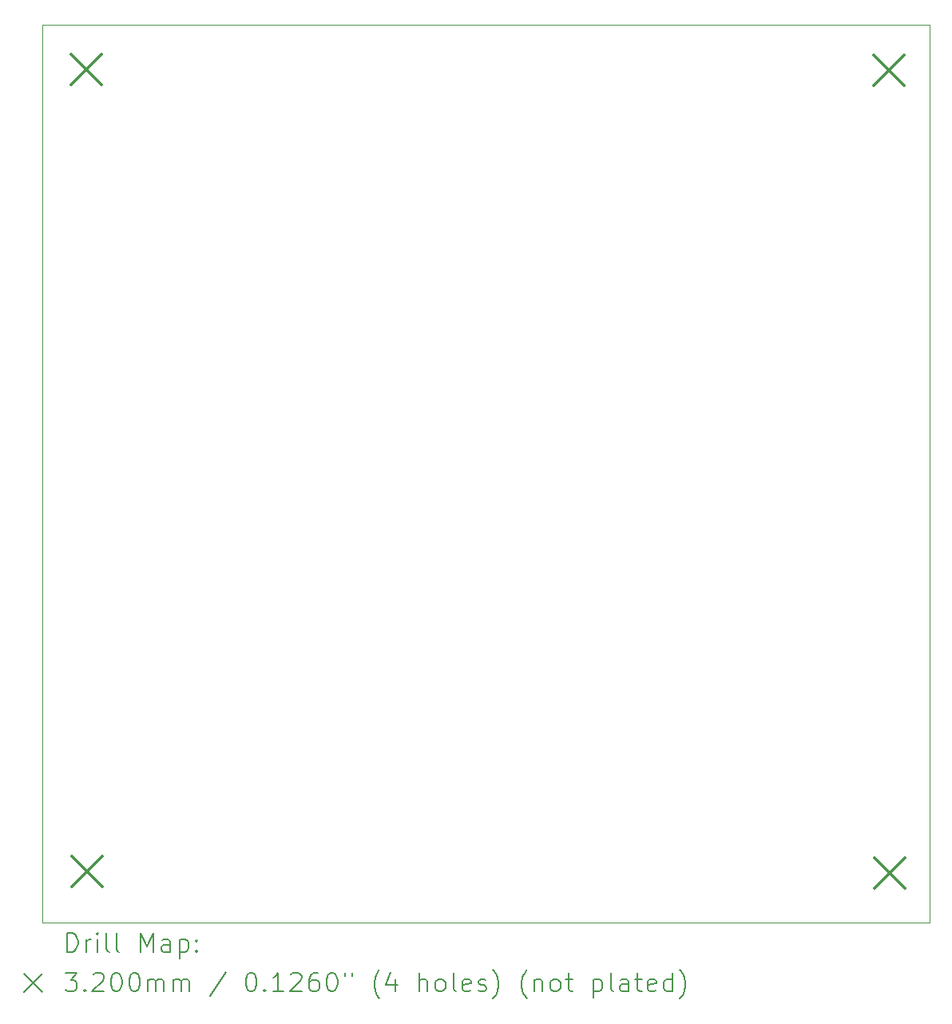
<source format=gbr>
%TF.GenerationSoftware,KiCad,Pcbnew,8.0.7-8.0.7-0~ubuntu22.04.1*%
%TF.CreationDate,2024-12-29T11:33:37+01:00*%
%TF.ProjectId,monitor_consumo,6d6f6e69-746f-4725-9f63-6f6e73756d6f,rev?*%
%TF.SameCoordinates,Original*%
%TF.FileFunction,Drillmap*%
%TF.FilePolarity,Positive*%
%FSLAX45Y45*%
G04 Gerber Fmt 4.5, Leading zero omitted, Abs format (unit mm)*
G04 Created by KiCad (PCBNEW 8.0.7-8.0.7-0~ubuntu22.04.1) date 2024-12-29 11:33:37*
%MOMM*%
%LPD*%
G01*
G04 APERTURE LIST*
%ADD10C,0.050000*%
%ADD11C,0.200000*%
%ADD12C,0.320000*%
G04 APERTURE END LIST*
D10*
X10380000Y-4505000D02*
X19780000Y-4505000D01*
X19780000Y-14020000D01*
X10380000Y-14020000D01*
X10380000Y-4505000D01*
D11*
D12*
X10680000Y-4820000D02*
X11000000Y-5140000D01*
X11000000Y-4820000D02*
X10680000Y-5140000D01*
X10690000Y-13320000D02*
X11010000Y-13640000D01*
X11010000Y-13320000D02*
X10690000Y-13640000D01*
X19190000Y-4830000D02*
X19510000Y-5150000D01*
X19510000Y-4830000D02*
X19190000Y-5150000D01*
X19200000Y-13340000D02*
X19520000Y-13660000D01*
X19520000Y-13340000D02*
X19200000Y-13660000D01*
D11*
X10638277Y-14333984D02*
X10638277Y-14133984D01*
X10638277Y-14133984D02*
X10685896Y-14133984D01*
X10685896Y-14133984D02*
X10714467Y-14143508D01*
X10714467Y-14143508D02*
X10733515Y-14162555D01*
X10733515Y-14162555D02*
X10743039Y-14181603D01*
X10743039Y-14181603D02*
X10752563Y-14219698D01*
X10752563Y-14219698D02*
X10752563Y-14248269D01*
X10752563Y-14248269D02*
X10743039Y-14286365D01*
X10743039Y-14286365D02*
X10733515Y-14305412D01*
X10733515Y-14305412D02*
X10714467Y-14324460D01*
X10714467Y-14324460D02*
X10685896Y-14333984D01*
X10685896Y-14333984D02*
X10638277Y-14333984D01*
X10838277Y-14333984D02*
X10838277Y-14200650D01*
X10838277Y-14238746D02*
X10847801Y-14219698D01*
X10847801Y-14219698D02*
X10857324Y-14210174D01*
X10857324Y-14210174D02*
X10876372Y-14200650D01*
X10876372Y-14200650D02*
X10895420Y-14200650D01*
X10962086Y-14333984D02*
X10962086Y-14200650D01*
X10962086Y-14133984D02*
X10952563Y-14143508D01*
X10952563Y-14143508D02*
X10962086Y-14153031D01*
X10962086Y-14153031D02*
X10971610Y-14143508D01*
X10971610Y-14143508D02*
X10962086Y-14133984D01*
X10962086Y-14133984D02*
X10962086Y-14153031D01*
X11085896Y-14333984D02*
X11066848Y-14324460D01*
X11066848Y-14324460D02*
X11057324Y-14305412D01*
X11057324Y-14305412D02*
X11057324Y-14133984D01*
X11190658Y-14333984D02*
X11171610Y-14324460D01*
X11171610Y-14324460D02*
X11162086Y-14305412D01*
X11162086Y-14305412D02*
X11162086Y-14133984D01*
X11419229Y-14333984D02*
X11419229Y-14133984D01*
X11419229Y-14133984D02*
X11485896Y-14276841D01*
X11485896Y-14276841D02*
X11552562Y-14133984D01*
X11552562Y-14133984D02*
X11552562Y-14333984D01*
X11733515Y-14333984D02*
X11733515Y-14229222D01*
X11733515Y-14229222D02*
X11723991Y-14210174D01*
X11723991Y-14210174D02*
X11704943Y-14200650D01*
X11704943Y-14200650D02*
X11666848Y-14200650D01*
X11666848Y-14200650D02*
X11647801Y-14210174D01*
X11733515Y-14324460D02*
X11714467Y-14333984D01*
X11714467Y-14333984D02*
X11666848Y-14333984D01*
X11666848Y-14333984D02*
X11647801Y-14324460D01*
X11647801Y-14324460D02*
X11638277Y-14305412D01*
X11638277Y-14305412D02*
X11638277Y-14286365D01*
X11638277Y-14286365D02*
X11647801Y-14267317D01*
X11647801Y-14267317D02*
X11666848Y-14257793D01*
X11666848Y-14257793D02*
X11714467Y-14257793D01*
X11714467Y-14257793D02*
X11733515Y-14248269D01*
X11828753Y-14200650D02*
X11828753Y-14400650D01*
X11828753Y-14210174D02*
X11847801Y-14200650D01*
X11847801Y-14200650D02*
X11885896Y-14200650D01*
X11885896Y-14200650D02*
X11904943Y-14210174D01*
X11904943Y-14210174D02*
X11914467Y-14219698D01*
X11914467Y-14219698D02*
X11923991Y-14238746D01*
X11923991Y-14238746D02*
X11923991Y-14295888D01*
X11923991Y-14295888D02*
X11914467Y-14314936D01*
X11914467Y-14314936D02*
X11904943Y-14324460D01*
X11904943Y-14324460D02*
X11885896Y-14333984D01*
X11885896Y-14333984D02*
X11847801Y-14333984D01*
X11847801Y-14333984D02*
X11828753Y-14324460D01*
X12009705Y-14314936D02*
X12019229Y-14324460D01*
X12019229Y-14324460D02*
X12009705Y-14333984D01*
X12009705Y-14333984D02*
X12000182Y-14324460D01*
X12000182Y-14324460D02*
X12009705Y-14314936D01*
X12009705Y-14314936D02*
X12009705Y-14333984D01*
X12009705Y-14210174D02*
X12019229Y-14219698D01*
X12019229Y-14219698D02*
X12009705Y-14229222D01*
X12009705Y-14229222D02*
X12000182Y-14219698D01*
X12000182Y-14219698D02*
X12009705Y-14210174D01*
X12009705Y-14210174D02*
X12009705Y-14229222D01*
X10177500Y-14562500D02*
X10377500Y-14762500D01*
X10377500Y-14562500D02*
X10177500Y-14762500D01*
X10619229Y-14553984D02*
X10743039Y-14553984D01*
X10743039Y-14553984D02*
X10676372Y-14630174D01*
X10676372Y-14630174D02*
X10704944Y-14630174D01*
X10704944Y-14630174D02*
X10723991Y-14639698D01*
X10723991Y-14639698D02*
X10733515Y-14649222D01*
X10733515Y-14649222D02*
X10743039Y-14668269D01*
X10743039Y-14668269D02*
X10743039Y-14715888D01*
X10743039Y-14715888D02*
X10733515Y-14734936D01*
X10733515Y-14734936D02*
X10723991Y-14744460D01*
X10723991Y-14744460D02*
X10704944Y-14753984D01*
X10704944Y-14753984D02*
X10647801Y-14753984D01*
X10647801Y-14753984D02*
X10628753Y-14744460D01*
X10628753Y-14744460D02*
X10619229Y-14734936D01*
X10828753Y-14734936D02*
X10838277Y-14744460D01*
X10838277Y-14744460D02*
X10828753Y-14753984D01*
X10828753Y-14753984D02*
X10819229Y-14744460D01*
X10819229Y-14744460D02*
X10828753Y-14734936D01*
X10828753Y-14734936D02*
X10828753Y-14753984D01*
X10914467Y-14573031D02*
X10923991Y-14563508D01*
X10923991Y-14563508D02*
X10943039Y-14553984D01*
X10943039Y-14553984D02*
X10990658Y-14553984D01*
X10990658Y-14553984D02*
X11009705Y-14563508D01*
X11009705Y-14563508D02*
X11019229Y-14573031D01*
X11019229Y-14573031D02*
X11028753Y-14592079D01*
X11028753Y-14592079D02*
X11028753Y-14611127D01*
X11028753Y-14611127D02*
X11019229Y-14639698D01*
X11019229Y-14639698D02*
X10904944Y-14753984D01*
X10904944Y-14753984D02*
X11028753Y-14753984D01*
X11152563Y-14553984D02*
X11171610Y-14553984D01*
X11171610Y-14553984D02*
X11190658Y-14563508D01*
X11190658Y-14563508D02*
X11200182Y-14573031D01*
X11200182Y-14573031D02*
X11209705Y-14592079D01*
X11209705Y-14592079D02*
X11219229Y-14630174D01*
X11219229Y-14630174D02*
X11219229Y-14677793D01*
X11219229Y-14677793D02*
X11209705Y-14715888D01*
X11209705Y-14715888D02*
X11200182Y-14734936D01*
X11200182Y-14734936D02*
X11190658Y-14744460D01*
X11190658Y-14744460D02*
X11171610Y-14753984D01*
X11171610Y-14753984D02*
X11152563Y-14753984D01*
X11152563Y-14753984D02*
X11133515Y-14744460D01*
X11133515Y-14744460D02*
X11123991Y-14734936D01*
X11123991Y-14734936D02*
X11114467Y-14715888D01*
X11114467Y-14715888D02*
X11104944Y-14677793D01*
X11104944Y-14677793D02*
X11104944Y-14630174D01*
X11104944Y-14630174D02*
X11114467Y-14592079D01*
X11114467Y-14592079D02*
X11123991Y-14573031D01*
X11123991Y-14573031D02*
X11133515Y-14563508D01*
X11133515Y-14563508D02*
X11152563Y-14553984D01*
X11343039Y-14553984D02*
X11362086Y-14553984D01*
X11362086Y-14553984D02*
X11381134Y-14563508D01*
X11381134Y-14563508D02*
X11390658Y-14573031D01*
X11390658Y-14573031D02*
X11400182Y-14592079D01*
X11400182Y-14592079D02*
X11409705Y-14630174D01*
X11409705Y-14630174D02*
X11409705Y-14677793D01*
X11409705Y-14677793D02*
X11400182Y-14715888D01*
X11400182Y-14715888D02*
X11390658Y-14734936D01*
X11390658Y-14734936D02*
X11381134Y-14744460D01*
X11381134Y-14744460D02*
X11362086Y-14753984D01*
X11362086Y-14753984D02*
X11343039Y-14753984D01*
X11343039Y-14753984D02*
X11323991Y-14744460D01*
X11323991Y-14744460D02*
X11314467Y-14734936D01*
X11314467Y-14734936D02*
X11304943Y-14715888D01*
X11304943Y-14715888D02*
X11295420Y-14677793D01*
X11295420Y-14677793D02*
X11295420Y-14630174D01*
X11295420Y-14630174D02*
X11304943Y-14592079D01*
X11304943Y-14592079D02*
X11314467Y-14573031D01*
X11314467Y-14573031D02*
X11323991Y-14563508D01*
X11323991Y-14563508D02*
X11343039Y-14553984D01*
X11495420Y-14753984D02*
X11495420Y-14620650D01*
X11495420Y-14639698D02*
X11504943Y-14630174D01*
X11504943Y-14630174D02*
X11523991Y-14620650D01*
X11523991Y-14620650D02*
X11552563Y-14620650D01*
X11552563Y-14620650D02*
X11571610Y-14630174D01*
X11571610Y-14630174D02*
X11581134Y-14649222D01*
X11581134Y-14649222D02*
X11581134Y-14753984D01*
X11581134Y-14649222D02*
X11590658Y-14630174D01*
X11590658Y-14630174D02*
X11609705Y-14620650D01*
X11609705Y-14620650D02*
X11638277Y-14620650D01*
X11638277Y-14620650D02*
X11657324Y-14630174D01*
X11657324Y-14630174D02*
X11666848Y-14649222D01*
X11666848Y-14649222D02*
X11666848Y-14753984D01*
X11762086Y-14753984D02*
X11762086Y-14620650D01*
X11762086Y-14639698D02*
X11771610Y-14630174D01*
X11771610Y-14630174D02*
X11790658Y-14620650D01*
X11790658Y-14620650D02*
X11819229Y-14620650D01*
X11819229Y-14620650D02*
X11838277Y-14630174D01*
X11838277Y-14630174D02*
X11847801Y-14649222D01*
X11847801Y-14649222D02*
X11847801Y-14753984D01*
X11847801Y-14649222D02*
X11857324Y-14630174D01*
X11857324Y-14630174D02*
X11876372Y-14620650D01*
X11876372Y-14620650D02*
X11904943Y-14620650D01*
X11904943Y-14620650D02*
X11923991Y-14630174D01*
X11923991Y-14630174D02*
X11933515Y-14649222D01*
X11933515Y-14649222D02*
X11933515Y-14753984D01*
X12323991Y-14544460D02*
X12152563Y-14801603D01*
X12581134Y-14553984D02*
X12600182Y-14553984D01*
X12600182Y-14553984D02*
X12619229Y-14563508D01*
X12619229Y-14563508D02*
X12628753Y-14573031D01*
X12628753Y-14573031D02*
X12638277Y-14592079D01*
X12638277Y-14592079D02*
X12647801Y-14630174D01*
X12647801Y-14630174D02*
X12647801Y-14677793D01*
X12647801Y-14677793D02*
X12638277Y-14715888D01*
X12638277Y-14715888D02*
X12628753Y-14734936D01*
X12628753Y-14734936D02*
X12619229Y-14744460D01*
X12619229Y-14744460D02*
X12600182Y-14753984D01*
X12600182Y-14753984D02*
X12581134Y-14753984D01*
X12581134Y-14753984D02*
X12562086Y-14744460D01*
X12562086Y-14744460D02*
X12552563Y-14734936D01*
X12552563Y-14734936D02*
X12543039Y-14715888D01*
X12543039Y-14715888D02*
X12533515Y-14677793D01*
X12533515Y-14677793D02*
X12533515Y-14630174D01*
X12533515Y-14630174D02*
X12543039Y-14592079D01*
X12543039Y-14592079D02*
X12552563Y-14573031D01*
X12552563Y-14573031D02*
X12562086Y-14563508D01*
X12562086Y-14563508D02*
X12581134Y-14553984D01*
X12733515Y-14734936D02*
X12743039Y-14744460D01*
X12743039Y-14744460D02*
X12733515Y-14753984D01*
X12733515Y-14753984D02*
X12723991Y-14744460D01*
X12723991Y-14744460D02*
X12733515Y-14734936D01*
X12733515Y-14734936D02*
X12733515Y-14753984D01*
X12933515Y-14753984D02*
X12819229Y-14753984D01*
X12876372Y-14753984D02*
X12876372Y-14553984D01*
X12876372Y-14553984D02*
X12857325Y-14582555D01*
X12857325Y-14582555D02*
X12838277Y-14601603D01*
X12838277Y-14601603D02*
X12819229Y-14611127D01*
X13009706Y-14573031D02*
X13019229Y-14563508D01*
X13019229Y-14563508D02*
X13038277Y-14553984D01*
X13038277Y-14553984D02*
X13085896Y-14553984D01*
X13085896Y-14553984D02*
X13104944Y-14563508D01*
X13104944Y-14563508D02*
X13114467Y-14573031D01*
X13114467Y-14573031D02*
X13123991Y-14592079D01*
X13123991Y-14592079D02*
X13123991Y-14611127D01*
X13123991Y-14611127D02*
X13114467Y-14639698D01*
X13114467Y-14639698D02*
X13000182Y-14753984D01*
X13000182Y-14753984D02*
X13123991Y-14753984D01*
X13295420Y-14553984D02*
X13257325Y-14553984D01*
X13257325Y-14553984D02*
X13238277Y-14563508D01*
X13238277Y-14563508D02*
X13228753Y-14573031D01*
X13228753Y-14573031D02*
X13209706Y-14601603D01*
X13209706Y-14601603D02*
X13200182Y-14639698D01*
X13200182Y-14639698D02*
X13200182Y-14715888D01*
X13200182Y-14715888D02*
X13209706Y-14734936D01*
X13209706Y-14734936D02*
X13219229Y-14744460D01*
X13219229Y-14744460D02*
X13238277Y-14753984D01*
X13238277Y-14753984D02*
X13276372Y-14753984D01*
X13276372Y-14753984D02*
X13295420Y-14744460D01*
X13295420Y-14744460D02*
X13304944Y-14734936D01*
X13304944Y-14734936D02*
X13314467Y-14715888D01*
X13314467Y-14715888D02*
X13314467Y-14668269D01*
X13314467Y-14668269D02*
X13304944Y-14649222D01*
X13304944Y-14649222D02*
X13295420Y-14639698D01*
X13295420Y-14639698D02*
X13276372Y-14630174D01*
X13276372Y-14630174D02*
X13238277Y-14630174D01*
X13238277Y-14630174D02*
X13219229Y-14639698D01*
X13219229Y-14639698D02*
X13209706Y-14649222D01*
X13209706Y-14649222D02*
X13200182Y-14668269D01*
X13438277Y-14553984D02*
X13457325Y-14553984D01*
X13457325Y-14553984D02*
X13476372Y-14563508D01*
X13476372Y-14563508D02*
X13485896Y-14573031D01*
X13485896Y-14573031D02*
X13495420Y-14592079D01*
X13495420Y-14592079D02*
X13504944Y-14630174D01*
X13504944Y-14630174D02*
X13504944Y-14677793D01*
X13504944Y-14677793D02*
X13495420Y-14715888D01*
X13495420Y-14715888D02*
X13485896Y-14734936D01*
X13485896Y-14734936D02*
X13476372Y-14744460D01*
X13476372Y-14744460D02*
X13457325Y-14753984D01*
X13457325Y-14753984D02*
X13438277Y-14753984D01*
X13438277Y-14753984D02*
X13419229Y-14744460D01*
X13419229Y-14744460D02*
X13409706Y-14734936D01*
X13409706Y-14734936D02*
X13400182Y-14715888D01*
X13400182Y-14715888D02*
X13390658Y-14677793D01*
X13390658Y-14677793D02*
X13390658Y-14630174D01*
X13390658Y-14630174D02*
X13400182Y-14592079D01*
X13400182Y-14592079D02*
X13409706Y-14573031D01*
X13409706Y-14573031D02*
X13419229Y-14563508D01*
X13419229Y-14563508D02*
X13438277Y-14553984D01*
X13581134Y-14553984D02*
X13581134Y-14592079D01*
X13657325Y-14553984D02*
X13657325Y-14592079D01*
X13952563Y-14830174D02*
X13943039Y-14820650D01*
X13943039Y-14820650D02*
X13923991Y-14792079D01*
X13923991Y-14792079D02*
X13914468Y-14773031D01*
X13914468Y-14773031D02*
X13904944Y-14744460D01*
X13904944Y-14744460D02*
X13895420Y-14696841D01*
X13895420Y-14696841D02*
X13895420Y-14658746D01*
X13895420Y-14658746D02*
X13904944Y-14611127D01*
X13904944Y-14611127D02*
X13914468Y-14582555D01*
X13914468Y-14582555D02*
X13923991Y-14563508D01*
X13923991Y-14563508D02*
X13943039Y-14534936D01*
X13943039Y-14534936D02*
X13952563Y-14525412D01*
X14114468Y-14620650D02*
X14114468Y-14753984D01*
X14066848Y-14544460D02*
X14019229Y-14687317D01*
X14019229Y-14687317D02*
X14143039Y-14687317D01*
X14371610Y-14753984D02*
X14371610Y-14553984D01*
X14457325Y-14753984D02*
X14457325Y-14649222D01*
X14457325Y-14649222D02*
X14447801Y-14630174D01*
X14447801Y-14630174D02*
X14428753Y-14620650D01*
X14428753Y-14620650D02*
X14400182Y-14620650D01*
X14400182Y-14620650D02*
X14381134Y-14630174D01*
X14381134Y-14630174D02*
X14371610Y-14639698D01*
X14581134Y-14753984D02*
X14562087Y-14744460D01*
X14562087Y-14744460D02*
X14552563Y-14734936D01*
X14552563Y-14734936D02*
X14543039Y-14715888D01*
X14543039Y-14715888D02*
X14543039Y-14658746D01*
X14543039Y-14658746D02*
X14552563Y-14639698D01*
X14552563Y-14639698D02*
X14562087Y-14630174D01*
X14562087Y-14630174D02*
X14581134Y-14620650D01*
X14581134Y-14620650D02*
X14609706Y-14620650D01*
X14609706Y-14620650D02*
X14628753Y-14630174D01*
X14628753Y-14630174D02*
X14638277Y-14639698D01*
X14638277Y-14639698D02*
X14647801Y-14658746D01*
X14647801Y-14658746D02*
X14647801Y-14715888D01*
X14647801Y-14715888D02*
X14638277Y-14734936D01*
X14638277Y-14734936D02*
X14628753Y-14744460D01*
X14628753Y-14744460D02*
X14609706Y-14753984D01*
X14609706Y-14753984D02*
X14581134Y-14753984D01*
X14762087Y-14753984D02*
X14743039Y-14744460D01*
X14743039Y-14744460D02*
X14733515Y-14725412D01*
X14733515Y-14725412D02*
X14733515Y-14553984D01*
X14914468Y-14744460D02*
X14895420Y-14753984D01*
X14895420Y-14753984D02*
X14857325Y-14753984D01*
X14857325Y-14753984D02*
X14838277Y-14744460D01*
X14838277Y-14744460D02*
X14828753Y-14725412D01*
X14828753Y-14725412D02*
X14828753Y-14649222D01*
X14828753Y-14649222D02*
X14838277Y-14630174D01*
X14838277Y-14630174D02*
X14857325Y-14620650D01*
X14857325Y-14620650D02*
X14895420Y-14620650D01*
X14895420Y-14620650D02*
X14914468Y-14630174D01*
X14914468Y-14630174D02*
X14923991Y-14649222D01*
X14923991Y-14649222D02*
X14923991Y-14668269D01*
X14923991Y-14668269D02*
X14828753Y-14687317D01*
X15000182Y-14744460D02*
X15019230Y-14753984D01*
X15019230Y-14753984D02*
X15057325Y-14753984D01*
X15057325Y-14753984D02*
X15076372Y-14744460D01*
X15076372Y-14744460D02*
X15085896Y-14725412D01*
X15085896Y-14725412D02*
X15085896Y-14715888D01*
X15085896Y-14715888D02*
X15076372Y-14696841D01*
X15076372Y-14696841D02*
X15057325Y-14687317D01*
X15057325Y-14687317D02*
X15028753Y-14687317D01*
X15028753Y-14687317D02*
X15009706Y-14677793D01*
X15009706Y-14677793D02*
X15000182Y-14658746D01*
X15000182Y-14658746D02*
X15000182Y-14649222D01*
X15000182Y-14649222D02*
X15009706Y-14630174D01*
X15009706Y-14630174D02*
X15028753Y-14620650D01*
X15028753Y-14620650D02*
X15057325Y-14620650D01*
X15057325Y-14620650D02*
X15076372Y-14630174D01*
X15152563Y-14830174D02*
X15162087Y-14820650D01*
X15162087Y-14820650D02*
X15181134Y-14792079D01*
X15181134Y-14792079D02*
X15190658Y-14773031D01*
X15190658Y-14773031D02*
X15200182Y-14744460D01*
X15200182Y-14744460D02*
X15209706Y-14696841D01*
X15209706Y-14696841D02*
X15209706Y-14658746D01*
X15209706Y-14658746D02*
X15200182Y-14611127D01*
X15200182Y-14611127D02*
X15190658Y-14582555D01*
X15190658Y-14582555D02*
X15181134Y-14563508D01*
X15181134Y-14563508D02*
X15162087Y-14534936D01*
X15162087Y-14534936D02*
X15152563Y-14525412D01*
X15514468Y-14830174D02*
X15504944Y-14820650D01*
X15504944Y-14820650D02*
X15485896Y-14792079D01*
X15485896Y-14792079D02*
X15476372Y-14773031D01*
X15476372Y-14773031D02*
X15466849Y-14744460D01*
X15466849Y-14744460D02*
X15457325Y-14696841D01*
X15457325Y-14696841D02*
X15457325Y-14658746D01*
X15457325Y-14658746D02*
X15466849Y-14611127D01*
X15466849Y-14611127D02*
X15476372Y-14582555D01*
X15476372Y-14582555D02*
X15485896Y-14563508D01*
X15485896Y-14563508D02*
X15504944Y-14534936D01*
X15504944Y-14534936D02*
X15514468Y-14525412D01*
X15590658Y-14620650D02*
X15590658Y-14753984D01*
X15590658Y-14639698D02*
X15600182Y-14630174D01*
X15600182Y-14630174D02*
X15619230Y-14620650D01*
X15619230Y-14620650D02*
X15647801Y-14620650D01*
X15647801Y-14620650D02*
X15666849Y-14630174D01*
X15666849Y-14630174D02*
X15676372Y-14649222D01*
X15676372Y-14649222D02*
X15676372Y-14753984D01*
X15800182Y-14753984D02*
X15781134Y-14744460D01*
X15781134Y-14744460D02*
X15771611Y-14734936D01*
X15771611Y-14734936D02*
X15762087Y-14715888D01*
X15762087Y-14715888D02*
X15762087Y-14658746D01*
X15762087Y-14658746D02*
X15771611Y-14639698D01*
X15771611Y-14639698D02*
X15781134Y-14630174D01*
X15781134Y-14630174D02*
X15800182Y-14620650D01*
X15800182Y-14620650D02*
X15828753Y-14620650D01*
X15828753Y-14620650D02*
X15847801Y-14630174D01*
X15847801Y-14630174D02*
X15857325Y-14639698D01*
X15857325Y-14639698D02*
X15866849Y-14658746D01*
X15866849Y-14658746D02*
X15866849Y-14715888D01*
X15866849Y-14715888D02*
X15857325Y-14734936D01*
X15857325Y-14734936D02*
X15847801Y-14744460D01*
X15847801Y-14744460D02*
X15828753Y-14753984D01*
X15828753Y-14753984D02*
X15800182Y-14753984D01*
X15923992Y-14620650D02*
X16000182Y-14620650D01*
X15952563Y-14553984D02*
X15952563Y-14725412D01*
X15952563Y-14725412D02*
X15962087Y-14744460D01*
X15962087Y-14744460D02*
X15981134Y-14753984D01*
X15981134Y-14753984D02*
X16000182Y-14753984D01*
X16219230Y-14620650D02*
X16219230Y-14820650D01*
X16219230Y-14630174D02*
X16238277Y-14620650D01*
X16238277Y-14620650D02*
X16276373Y-14620650D01*
X16276373Y-14620650D02*
X16295420Y-14630174D01*
X16295420Y-14630174D02*
X16304944Y-14639698D01*
X16304944Y-14639698D02*
X16314468Y-14658746D01*
X16314468Y-14658746D02*
X16314468Y-14715888D01*
X16314468Y-14715888D02*
X16304944Y-14734936D01*
X16304944Y-14734936D02*
X16295420Y-14744460D01*
X16295420Y-14744460D02*
X16276373Y-14753984D01*
X16276373Y-14753984D02*
X16238277Y-14753984D01*
X16238277Y-14753984D02*
X16219230Y-14744460D01*
X16428753Y-14753984D02*
X16409706Y-14744460D01*
X16409706Y-14744460D02*
X16400182Y-14725412D01*
X16400182Y-14725412D02*
X16400182Y-14553984D01*
X16590658Y-14753984D02*
X16590658Y-14649222D01*
X16590658Y-14649222D02*
X16581134Y-14630174D01*
X16581134Y-14630174D02*
X16562087Y-14620650D01*
X16562087Y-14620650D02*
X16523992Y-14620650D01*
X16523992Y-14620650D02*
X16504944Y-14630174D01*
X16590658Y-14744460D02*
X16571611Y-14753984D01*
X16571611Y-14753984D02*
X16523992Y-14753984D01*
X16523992Y-14753984D02*
X16504944Y-14744460D01*
X16504944Y-14744460D02*
X16495420Y-14725412D01*
X16495420Y-14725412D02*
X16495420Y-14706365D01*
X16495420Y-14706365D02*
X16504944Y-14687317D01*
X16504944Y-14687317D02*
X16523992Y-14677793D01*
X16523992Y-14677793D02*
X16571611Y-14677793D01*
X16571611Y-14677793D02*
X16590658Y-14668269D01*
X16657325Y-14620650D02*
X16733515Y-14620650D01*
X16685896Y-14553984D02*
X16685896Y-14725412D01*
X16685896Y-14725412D02*
X16695420Y-14744460D01*
X16695420Y-14744460D02*
X16714468Y-14753984D01*
X16714468Y-14753984D02*
X16733515Y-14753984D01*
X16876373Y-14744460D02*
X16857325Y-14753984D01*
X16857325Y-14753984D02*
X16819230Y-14753984D01*
X16819230Y-14753984D02*
X16800182Y-14744460D01*
X16800182Y-14744460D02*
X16790658Y-14725412D01*
X16790658Y-14725412D02*
X16790658Y-14649222D01*
X16790658Y-14649222D02*
X16800182Y-14630174D01*
X16800182Y-14630174D02*
X16819230Y-14620650D01*
X16819230Y-14620650D02*
X16857325Y-14620650D01*
X16857325Y-14620650D02*
X16876373Y-14630174D01*
X16876373Y-14630174D02*
X16885896Y-14649222D01*
X16885896Y-14649222D02*
X16885896Y-14668269D01*
X16885896Y-14668269D02*
X16790658Y-14687317D01*
X17057325Y-14753984D02*
X17057325Y-14553984D01*
X17057325Y-14744460D02*
X17038277Y-14753984D01*
X17038277Y-14753984D02*
X17000182Y-14753984D01*
X17000182Y-14753984D02*
X16981135Y-14744460D01*
X16981135Y-14744460D02*
X16971611Y-14734936D01*
X16971611Y-14734936D02*
X16962087Y-14715888D01*
X16962087Y-14715888D02*
X16962087Y-14658746D01*
X16962087Y-14658746D02*
X16971611Y-14639698D01*
X16971611Y-14639698D02*
X16981135Y-14630174D01*
X16981135Y-14630174D02*
X17000182Y-14620650D01*
X17000182Y-14620650D02*
X17038277Y-14620650D01*
X17038277Y-14620650D02*
X17057325Y-14630174D01*
X17133516Y-14830174D02*
X17143039Y-14820650D01*
X17143039Y-14820650D02*
X17162087Y-14792079D01*
X17162087Y-14792079D02*
X17171611Y-14773031D01*
X17171611Y-14773031D02*
X17181135Y-14744460D01*
X17181135Y-14744460D02*
X17190658Y-14696841D01*
X17190658Y-14696841D02*
X17190658Y-14658746D01*
X17190658Y-14658746D02*
X17181135Y-14611127D01*
X17181135Y-14611127D02*
X17171611Y-14582555D01*
X17171611Y-14582555D02*
X17162087Y-14563508D01*
X17162087Y-14563508D02*
X17143039Y-14534936D01*
X17143039Y-14534936D02*
X17133516Y-14525412D01*
M02*

</source>
